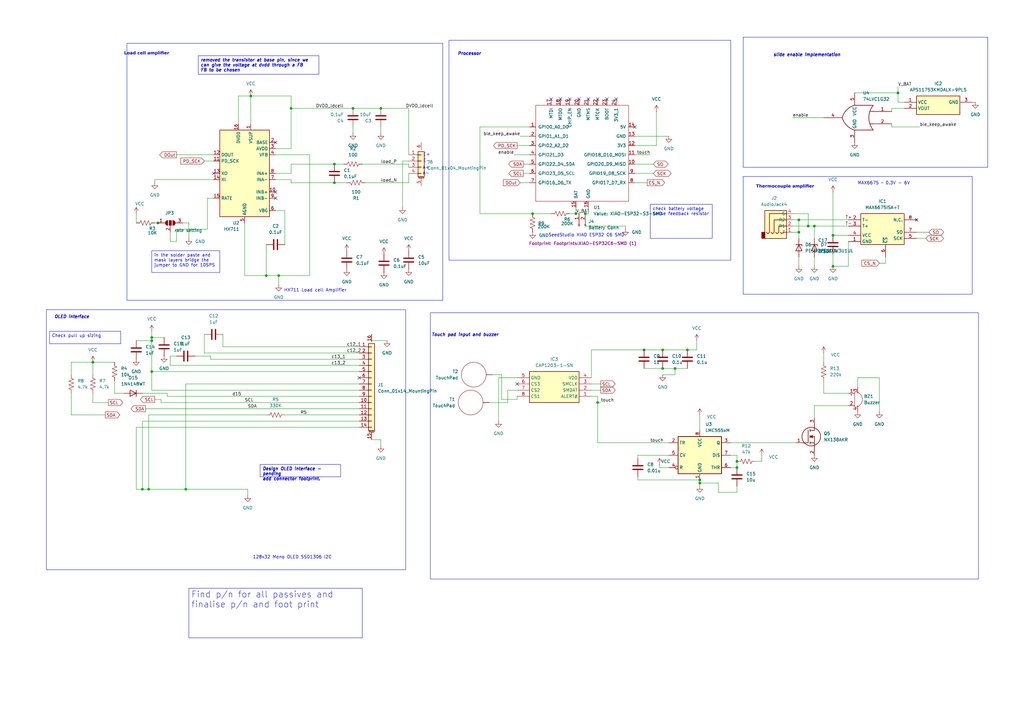
<source format=kicad_sch>
(kicad_sch (version 20250114) (generator "eeschema") (generator_version "9.0")
  (paper "A3")
  (title_block (title "Weighing Scale Schematic") (company "MeepDong"))
  (rectangle (start 304.8 15.24) (end 405.13 68.58))
  (rectangle (start 184.15 16.51) (end 299.72 106.68))
  (rectangle (start 176.53 128.27) (end 401.32 237.49))
  (rectangle (start 52.07 17.78) (end 181.61 123.19))
  (rectangle (start 304.8 72.39) (end 398.78 120.65))
  (rectangle (start 19.05 127) (end 166.37 233.68))
  (text "HX711 Load cell Amplifier " (at 129.794 119.126 0) (effects (font (size 1.27 1.27))))
  (text "MAX6675 ~ 0.3V - 6V " (at 362.966 75.184 0) (effects (font (size 1.27 1.27))))
  (text "A+\n\n" (at 174.752 69.85 0) (effects (font (size 1.27 1.27))))
  (text "slide enable implementation " (at 331.47 22.606 0) (effects (font (size 1.27 1.27) (thickness 0.254) (bold yes) (italic yes))))
  (text "E-\n" (at 175.006 66.04 0) (effects (font (size 1.27 1.27))))
  (text "OLED interface " (at 29.972 130.048 0) (effects (font (size 1.27 1.27) (thickness 0.254) (bold yes) (italic yes))))
  (text "E+" (at 175.006 63.5 0) (effects (font (size 1.27 1.27))))
  (text "Load cell amplifier " (at 60.452 22.352 0) (effects (font (size 1.27 1.27) (thickness 0.254) (bold yes) (italic yes))))
  (text "SeedStudio XIAO ESP32 C6 SMD\n" (at 240.538 96.52 0) (effects (font (size 1.27 1.27))))
  (text "Thermocouple amplifier " (at 322.326 76.962 0) (effects (font (size 1.27 1.27) (bold yes) (italic yes))))
  (text "Touch pad input and buzzer " (at 191.262 137.414 0) (effects (font (size 1.27 1.27) (thickness 0.254) (bold yes) (italic yes))))
  (text "Processor" (at 192.532 22.098 0) (effects (font (size 1.27 1.27) (thickness 0.254) (bold yes) (italic yes))))
  (text "128x32 Mono OLED SSD1306 I2C\n" (at 119.888 228.6 0) (effects (font (size 1.27 1.27))))
  (text "A-" (at 174.752 71.12 0) (effects (font (size 1.27 1.27))))
  (text_box "removed the transistor at base pin, since we can give the voltage at dvdd through a FB \nFB to be chosen" (at 81.28 22.86 0) (size 49.53 7.62) (margins 0.9525 0.9525 0.9525 0.9525) (effects (font (size 1.27 1.27) (thickness 0.254) (bold yes) (italic yes)) (justify left top)))
  (text_box "Find p/n for all passives and finalise p/n and foot print" (at 77.47 241.3 0) (size 71.12 20.32) (margins 0.9525 0.9525 0.9525 0.9525) (effects (font (size 2.54 2.54)) (justify left top)))
  (text_box "in the solder paste and mask layers bridge the jumper to GND for 10SPS" (at 62.23 102.87 0) (size 27.94 8.89) (margins 0.9525 0.9525 0.9525 0.9525) (effects (font (size 1.27 1.27)) (justify left top)))
  (text_box "Design OLED interface - pending \nadd connector footprint." (at 106.68 190.5 0) (size 33.02 5.08) (margins 0.9525 0.9525 0.9525 0.9525) (effects (font (size 1.27 1.27) (thickness 0.254) (bold yes) (italic yes)) (justify left top)))
  (text_box "check battery voltage sense feedback resistor " (at 266.7 83.82 0) (size 25.4 13.97) (margins 0.9525 0.9525 0.9525 0.9525) (effects (font (size 1.27 1.27)) (justify left top)))
  (text_box "Check pull up sizing " (at 20.32 135.89 0) (size 29.21 5.08) (margins 0.9525 0.9525 0.9525 0.9525) (effects (font (size 1.27 1.27)) (justify left top)))
  (junction (at 58.42 200.66))
  (junction (at 60.96 200.66))
  (junction (at 102.87 39.37))
  (junction (at 302.26 189.23))
  (junction (at 341.63 109.22))
  (junction (at 281.94 143.51))
  (junction (at 240.03 87.63))
  (junction (at 287.02 196.85))
  (junction (at 144.78 44.45))
  (junction (at 264.16 143.51))
  (junction (at 156.21 44.45))
  (junction (at 368.3 38.1))
  (junction (at 245.11 165.1))
  (junction (at 341.63 96.52))
  (junction (at 119.38 44.45))
  (junction (at 137.16 74.93))
  (junction (at 271.78 143.51))
  (junction (at 302.26 191.77))
  (junction (at 76.2 200.66))
  (junction (at 62.23 152.4))
  (junction (at 109.22 113.03))
  (junction (at 38.1 148.59))
  (junction (at 334.01 92.71))
  (junction (at 271.78 151.13))
  (junction (at 137.16 67.31))
  (junction (at 327.66 90.17))
  (junction (at 62.23 139.7))
  (junction (at 331.47 92.71))
  (junction (at 64.77 91.44))
  (junction (at 276.86 151.13))
  (junction (at 236.22 87.63))
  (junction (at 114.3 113.03))
  (junction (at 62.23 138.43))
  (junction (at 218.44 87.63))
  (junction (at 327.66 95.25))
  (junction (at 287.02 198.12))
  (no_connect (at 113.03 58.42))
  (no_connect (at 237.49 40.64))
  (no_connect (at 87.63 71.12))
  (no_connect (at 226.06 40.64))
  (no_connect (at 245.11 40.64))
  (no_connect (at 233.68 40.64))
  (no_connect (at 229.87 40.64))
  (no_connect (at 260.35 52.07))
  (no_connect (at 248.92 40.64))
  (no_connect (at 375.92 90.17))
  (no_connect (at 147.32 154.94))
  (no_connect (at 212.09 157.48))
  (no_connect (at 113.03 78.74))
  (no_connect (at 241.3 40.64))
  (no_connect (at 113.03 81.28))
  (no_connect (at 252.73 40.64))
  (wire (pts (xy 62.23 135.89) (xy 62.23 138.43)))
  (wire (pts (xy 156.21 44.45) (xy 167.64 44.45)))
  (wire (pts (xy 119.38 67.31) (xy 137.16 67.31)))
  (wire (pts (xy 152.4 139.7) (xy 152.4 137.16)))
  (wire (pts (xy 347.98 166.37) (xy 334.01 166.37)))
  (wire (pts (xy 245.11 181.61) (xy 245.11 165.1)))
  (wire (pts (xy 271.78 153.67) (xy 276.86 153.67)))
  (wire (pts (xy 200.66 165.1) (xy 208.28 165.1)))
  (wire (pts (xy 127 63.5) (xy 127 113.03)))
  (wire (pts (xy 236.22 87.63) (xy 233.68 87.63)))
  (wire (pts (xy 62.23 160.02) (xy 62.23 152.4)))
  (wire (pts (xy 204.47 172.72) (xy 204.47 154.94)))
  (wire (pts (xy 196.85 52.07) (xy 217.17 52.07)))
  (wire (pts (xy 299.72 181.61) (xy 326.39 181.61)))
  (wire (pts (xy 68.58 161.29) (xy 68.58 162.56)))
  (wire (pts (xy 245.11 165.1) (xy 246.38 165.1)))
  (wire (pts (xy 127 63.5) (xy 113.03 63.5)))
  (wire (pts (xy 341.63 109.22) (xy 347.98 109.22)))
  (wire (pts (xy 236.22 85.09) (xy 236.22 87.63)))
  (wire (pts (xy 76.2 157.48) (xy 147.32 157.48)))
  (wire (pts (xy 87.63 81.28) (xy 85.09 81.28)))
  (wire (pts (xy 102.87 39.37) (xy 119.38 39.37)))
  (wire (pts (xy 109.22 113.03) (xy 114.3 113.03)))
  (wire (pts (xy 325.12 87.63) (xy 331.47 87.63)))
  (wire (pts (xy 63.5 163.83) (xy 66.04 163.83)))
  (wire (pts (xy 59.69 167.64) (xy 147.32 167.64)))
  (wire (pts (xy 274.32 191.77) (xy 270.51 191.77)))
  (wire (pts (xy 347.98 109.22) (xy 347.98 99.06)))
  (wire (pts (xy 210.82 63.5) (xy 217.17 63.5)))
  (wire (pts (xy 240.03 87.63) (xy 241.3 87.63)))
  (wire (pts (xy 260.35 63.5) (xy 266.7 63.5)))
  (wire (pts (xy 334.01 92.71) (xy 334.01 97.79)))
  (wire (pts (xy 327.66 95.25) (xy 327.66 90.17)))
  (wire (pts (xy 327.66 105.41) (xy 327.66 109.22)))
  (wire (pts (xy 368.3 41.91) (xy 368.3 38.1)))
  (wire (pts (xy 76.2 200.66) (xy 101.6 200.66)))
  (wire (pts (xy 156.21 44.45) (xy 144.78 44.45)))
  (wire (pts (xy 63.5 91.44) (xy 64.77 91.44)))
  (wire (pts (xy 167.64 44.45) (xy 167.64 63.5)))
  (wire (pts (xy 77.47 91.44) (xy 74.93 91.44)))
  (wire (pts (xy 334.01 105.41) (xy 334.01 109.22)))
  (wire (pts (xy 260.35 55.88) (xy 274.32 55.88)))
  (wire (pts (xy 69.85 99.06) (xy 72.39 99.06)))
  (wire (pts (xy 370.84 44.45) (xy 365.76 44.45)))
  (wire (pts (xy 325.12 92.71) (xy 331.47 92.71)))
  (wire (pts (xy 276.86 151.13) (xy 276.86 153.67)))
  (wire (pts (xy 213.36 55.88) (xy 217.17 55.88)))
  (wire (pts (xy 60.96 170.18) (xy 109.22 170.18)))
  (wire (pts (xy 167.64 66.04) (xy 165.1 66.04)))
  (wire (pts (xy 127 113.03) (xy 114.3 113.03)))
  (wire (pts (xy 76.2 157.48) (xy 76.2 200.66)))
  (wire (pts (xy 245.11 181.61) (xy 274.32 181.61)))
  (wire (pts (xy 91.44 142.24) (xy 147.32 142.24)))
  (wire (pts (xy 201.93 153.67) (xy 205.74 153.67)))
  (wire (pts (xy 212.09 59.69) (xy 217.17 59.69)))
  (wire (pts (xy 109.22 100.33) (xy 109.22 113.03)))
  (wire (pts (xy 302.26 199.39) (xy 302.26 201.93)))
  (wire (pts (xy 363.22 107.95) (xy 360.68 107.95)))
  (wire (pts (xy 100.33 91.44) (xy 100.33 113.03)))
  (wire (pts (xy 327.66 90.17) (xy 325.12 90.17)))
  (wire (pts (xy 204.47 154.94) (xy 212.09 154.94)))
  (wire (pts (xy 167.64 74.93) (xy 167.64 71.12)))
  (wire (pts (xy 214.63 67.31) (xy 217.17 67.31)))
  (wire (pts (xy 119.38 39.37) (xy 119.38 44.45)))
  (wire (pts (xy 334.01 166.37) (xy 334.01 171.45)))
  (wire (pts (xy 325.12 48.26) (xy 337.82 48.26)))
  (wire (pts (xy 55.88 175.26) (xy 55.88 200.66)))
  (wire (pts (xy 72.39 63.5) (xy 87.63 63.5)))
  (wire (pts (xy 29.21 161.29) (xy 29.21 170.18)))
  (wire (pts (xy 331.47 92.71) (xy 334.01 92.71)))
  (wire (pts (xy 269.24 45.72) (xy 269.24 59.69)))
  (wire (pts (xy 271.78 143.51) (xy 281.94 143.51)))
  (wire (pts (xy 100.33 113.03) (xy 109.22 113.03)))
  (wire (pts (xy 55.88 87.63) (xy 55.88 91.44)))
  (wire (pts (xy 299.72 186.69) (xy 302.26 186.69)))
  (wire (pts (xy 205.74 153.67) (xy 205.74 163.83)))
  (wire (pts (xy 137.16 74.93) (xy 142.24 74.93)))
  (wire (pts (xy 302.26 186.69) (xy 302.26 189.23)))
  (wire (pts (xy 55.88 139.7) (xy 62.23 139.7)))
  (wire (pts (xy 148.59 67.31) (xy 167.64 67.31)))
  (wire (pts (xy 331.47 87.63) (xy 331.47 92.71)))
  (wire (pts (xy 312.42 186.69) (xy 312.42 189.23)))
  (wire (pts (xy 87.63 73.66) (xy 63.5 73.66)))
  (wire (pts (xy 62.23 139.7) (xy 62.23 152.4)))
  (wire (pts (xy 91.44 137.16) (xy 91.44 142.24)))
  (wire (pts (xy 116.84 86.36) (xy 113.03 86.36)))
  (wire (pts (xy 156.21 182.88) (xy 156.21 180.34)))
  (wire (pts (xy 114.3 113.03) (xy 114.3 116.84)))
  (wire (pts (xy 83.82 144.78) (xy 147.32 144.78)))
  (wire (pts (xy 137.16 67.31) (xy 140.97 67.31)))
  (wire (pts (xy 116.84 170.18) (xy 147.32 170.18)))
  (wire (pts (xy 119.38 44.45) (xy 144.78 44.45)))
  (wire (pts (xy 55.88 175.26) (xy 147.32 175.26)))
  (wire (pts (xy 242.57 143.51) (xy 264.16 143.51)))
  (wire (pts (xy 62.23 138.43) (xy 62.23 139.7)))
  (wire (pts (xy 274.32 186.69) (xy 261.62 186.69)))
  (wire (pts (xy 260.35 71.12) (xy 267.97 71.12)))
  (wire (pts (xy 50.8 161.29) (xy 46.99 161.29)))
  (wire (pts (xy 241.3 87.63) (xy 241.3 85.09)))
  (wire (pts (xy 375.92 95.25) (xy 381 95.25)))
  (wire (pts (xy 351.79 158.75) (xy 351.79 154.94)))
  (wire (pts (xy 236.22 87.63) (xy 237.49 87.63)))
  (wire (pts (xy 64.77 91.44) (xy 66.04 91.44)))
  (wire (pts (xy 156.21 54.61) (xy 156.21 52.07)))
  (wire (pts (xy 38.1 148.59) (xy 29.21 148.59)))
  (wire (pts (xy 97.79 39.37) (xy 97.79 50.8)))
  (wire (pts (xy 144.78 54.61) (xy 144.78 52.07)))
  (wire (pts (xy 325.12 95.25) (xy 327.66 95.25)))
  (wire (pts (xy 113.03 73.66) (xy 119.38 73.66)))
  (wire (pts (xy 261.62 186.69) (xy 261.62 187.96)))
  (wire (pts (xy 38.1 148.59) (xy 38.1 153.67)))
  (wire (pts (xy 119.38 74.93) (xy 137.16 74.93)))
  (wire (pts (xy 214.63 71.12) (xy 217.17 71.12)))
  (wire (pts (xy 208.28 160.02) (xy 208.28 165.1)))
  (wire (pts (xy 101.6 200.66) (xy 101.6 203.2)))
  (wire (pts (xy 62.23 152.4) (xy 147.32 152.4)))
  (wire (pts (xy 269.24 59.69) (xy 260.35 59.69)))
  (wire (pts (xy 43.18 170.18) (xy 29.21 170.18)))
  (wire (pts (xy 80.01 146.05) (xy 86.36 146.05)))
  (wire (pts (xy 66.04 165.1) (xy 147.32 165.1)))
  (wire (pts (xy 271.78 151.13) (xy 276.86 151.13)))
  (wire (pts (xy 62.23 138.43) (xy 67.31 138.43)))
  (wire (pts (xy 276.86 151.13) (xy 281.94 151.13)))
  (wire (pts (xy 102.87 50.8) (xy 102.87 39.37)))
  (wire (pts (xy 375.92 97.79) (xy 379.73 97.79)))
  (wire (pts (xy 351.79 154.94) (xy 360.68 154.94)))
  (wire (pts (xy 302.26 189.23) (xy 302.26 191.77)))
  (wire (pts (xy 287.02 196.85) (xy 287.02 198.12)))
  (wire (pts (xy 341.63 78.74) (xy 341.63 96.52)))
  (wire (pts (xy 196.85 87.63) (xy 218.44 87.63)))
  (wire (pts (xy 337.82 144.78) (xy 337.82 148.59)))
  (wire (pts (xy 149.86 74.93) (xy 167.64 74.93)))
  (wire (pts (xy 398.78 41.91) (xy 400.05 41.91)))
  (wire (pts (xy 281.94 143.51) (xy 285.75 143.51)))
  (wire (pts (xy 212.09 160.02) (xy 208.28 160.02)))
  (wire (pts (xy 302.26 201.93) (xy 294.64 201.93)))
  (wire (pts (xy 83.82 137.16) (xy 83.82 144.78)))
  (wire (pts (xy 347.98 90.17) (xy 327.66 90.17)))
  (wire (pts (xy 68.58 162.56) (xy 147.32 162.56)))
  (wire (pts (xy 58.42 200.66) (xy 60.96 200.66)))
  (wire (pts (xy 294.64 198.12) (xy 287.02 198.12)))
  (wire (pts (xy 63.5 73.66) (xy 63.5 74.93)))
  (wire (pts (xy 77.47 97.79) (xy 77.47 91.44)))
  (wire (pts (xy 60.96 170.18) (xy 60.96 200.66)))
  (wire (pts (xy 60.96 200.66) (xy 76.2 200.66)))
  (wire (pts (xy 261.62 195.58) (xy 261.62 196.85)))
  (wire (pts (xy 337.82 161.29) (xy 347.98 161.29)))
  (wire (pts (xy 113.03 71.12) (xy 119.38 71.12)))
  (wire (pts (xy 260.35 74.93) (xy 265.43 74.93)))
  (wire (pts (xy 69.85 149.86) (xy 147.32 149.86)))
  (wire (pts (xy 72.39 146.05) (xy 69.85 146.05)))
  (wire (pts (xy 58.42 172.72) (xy 58.42 200.66)))
  (wire (pts (xy 69.85 95.25) (xy 69.85 99.06)))
  (wire (pts (xy 370.84 41.91) (xy 368.3 41.91)))
  (wire (pts (xy 363.22 105.41) (xy 363.22 107.95)))
  (wire (pts (xy 58.42 172.72) (xy 147.32 172.72)))
  (wire (pts (xy 242.57 157.48) (xy 246.38 157.48)))
  (wire (pts (xy 213.36 74.93) (xy 217.17 74.93)))
  (wire (pts (xy 377.19 52.07) (xy 365.76 52.07)))
  (wire (pts (xy 242.57 143.51) (xy 242.57 154.94)))
  (wire (pts (xy 341.63 96.52) (xy 347.98 96.52)))
  (wire (pts (xy 62.23 160.02) (xy 147.32 160.02)))
  (wire (pts (xy 360.68 154.94) (xy 360.68 168.91)))
  (wire (pts (xy 287.02 198.12) (xy 287.02 199.39)))
  (wire (pts (xy 38.1 165.1) (xy 44.45 165.1)))
  (wire (pts (xy 29.21 148.59) (xy 29.21 153.67)))
  (wire (pts (xy 245.11 165.1) (xy 245.11 162.56)))
  (wire (pts (xy 38.1 161.29) (xy 38.1 165.1)))
  (wire (pts (xy 368.3 38.1) (xy 368.3 35.56)))
  (wire (pts (xy 167.64 67.31) (xy 167.64 68.58)))
  (wire (pts (xy 285.75 143.51) (xy 285.75 139.7)))
  (wire (pts (xy 334.01 92.71) (xy 347.98 92.71)))
  (wire (pts (xy 72.39 93.98) (xy 72.39 99.06)))
  (wire (pts (xy 119.38 60.96) (xy 113.03 60.96)))
  (wire (pts (xy 365.76 52.07) (xy 365.76 50.8)))
  (wire (pts (xy 85.09 93.98) (xy 72.39 93.98)))
  (wire (pts (xy 261.62 196.85) (xy 287.02 196.85)))
  (wire (pts (xy 327.66 95.25) (xy 327.66 97.79)))
  (wire (pts (xy 85.09 81.28) (xy 85.09 93.98)))
  (wire (pts (xy 242.57 160.02) (xy 246.38 160.02)))
  (wire (pts (xy 119.38 71.12) (xy 119.38 67.31)))
  (wire (pts (xy 350.52 38.1) (xy 368.3 38.1)))
  (wire (pts (xy 83.82 66.04) (xy 87.63 66.04)))
  (wire (pts (xy 212.09 162.56) (xy 212.09 163.83)))
  (wire (pts (xy 245.11 162.56) (xy 242.57 162.56)))
  (wire (pts (xy 158.75 139.7) (xy 152.4 139.7)))
  (wire (pts (xy 312.42 189.23) (xy 309.88 189.23)))
  (wire (pts (xy 264.16 143.51) (xy 271.78 143.51)))
  (wire (pts (xy 38.1 148.59) (xy 46.99 148.59)))
  (wire (pts (xy 341.63 104.14) (xy 341.63 109.22)))
  (wire (pts (xy 287.02 170.18) (xy 287.02 176.53)))
  (wire (pts (xy 256.54 92.71) (xy 240.03 92.71)))
  (wire (pts (xy 156.21 180.34) (xy 152.4 180.34)))
  (wire (pts (xy 256.54 93.98) (xy 256.54 92.71)))
  (wire (pts (xy 218.44 87.63) (xy 226.06 87.63)))
  (wire (pts (xy 365.76 44.45) (xy 365.76 45.72)))
  (wire (pts (xy 86.36 146.05) (xy 86.36 147.32)))
  (wire (pts (xy 66.04 163.83) (xy 66.04 165.1)))
  (wire (pts (xy 264.16 151.13) (xy 271.78 151.13)))
  (wire (pts (xy 294.64 201.93) (xy 294.64 198.12)))
  (wire (pts (xy 270.51 191.77) (xy 270.51 190.5)))
  (wire (pts (xy 119.38 44.45) (xy 119.38 60.96)))
  (wire (pts (xy 86.36 147.32) (xy 147.32 147.32)))
  (wire (pts (xy 97.79 39.37) (xy 102.87 39.37)))
  (wire (pts (xy 69.85 146.05) (xy 69.85 149.86)))
  (wire (pts (xy 55.88 200.66) (xy 58.42 200.66)))
  (wire (pts (xy 165.1 66.04) (xy 165.1 85.09)))
  (wire (pts (xy 205.74 163.83) (xy 212.09 163.83)))
  (wire (pts (xy 116.84 100.33) (xy 116.84 86.36)))
  (wire (pts (xy 46.99 161.29) (xy 46.99 156.21)))
  (wire (pts (xy 260.35 67.31) (xy 267.97 67.31)))
  (wire (pts (xy 240.03 92.71) (xy 240.03 87.63)))
  (wire (pts (xy 299.72 191.77) (xy 302.26 191.77)))
  (wire (pts (xy 337.82 156.21) (xy 337.82 161.29)))
  (wire (pts (xy 58.42 161.29) (xy 68.58 161.29)))
  (wire (pts (xy 196.85 52.07) (xy 196.85 87.63)))
  (wire (pts (xy 119.38 73.66) (xy 119.38 74.93)))
  (label "c12_1" (at 142.24 142.24 0))
  (label "ble_keep_awake" (at 377.19 52.07 0))
  (label "T-" (at 346.71 92.71 0))
  (label "touch" (at 246.38 165.1 0))
  (label "T+" (at 346.71 90.17 0))
  (label "c12_2" (at 142.24 144.78 0))
  (label "R5" (at 123.19 170.18 0))
  (label "d15" (at 95.25 162.56 0))
  (label "DVDD_ldcell" (at 166.37 44.45 0))
  (label "V_BAT" (at 368.3 35.56 0))
  (label "c13_2" (at 135.89 149.86 0))
  (label "c13_1" (at 135.89 147.32 0))
  (label "SDA" (at 101.6 167.64 0))
  (label "ble_keep_awake" (at 213.36 55.88 180))
  (label "SCL" (at 100.33 165.1 0))
  (label "V_BAT" (at 236.22 87.63 0))
  (label "DVDD_ldcell" (at 129.54 44.45 0))
  (label "enable" (at 210.82 63.5 180))
  (label "load_N" (at 156.21 74.93 0))
  (label "enable" (at 325.12 48.26 0))
  (label "touch" (at 266.7 63.5 180))
  (label "touch" (at 266.7 181.61 0))
  (label "load_P" (at 156.21 67.31 0))
  (global_label "PD_SCK" (shape output) (at 212.09 59.69 180) (property "Intersheetrefs" "${INTERSHEET_REFS}" (effects (hide yes))))
  (global_label "DOut" (shape input) (at 213.36 74.93 180) (property "Intersheetrefs" "${INTERSHEET_REFS}" (effects (hide yes))))
  (global_label "SDA" (shape output) (at 59.69 167.64 180) (property "Intersheetrefs" "${INTERSHEET_REFS}" (effects (hide yes))))
  (global_label "SDA" (shape output) (at 214.63 67.31 180) (property "Intersheetrefs" "${INTERSHEET_REFS}" (effects (hide yes))))
  (global_label "SCL" (shape output) (at 214.63 71.12 180) (property "Intersheetrefs" "${INTERSHEET_REFS}" (effects (hide yes))))
  (global_label "SCK" (shape bidirectional) (at 267.97 71.12 0) (property "Intersheetrefs" "${INTERSHEET_REFS}" (effects (hide yes))))
  (global_label "SDA" (shape output) (at 246.38 160.02 0) (property "Intersheetrefs" "${INTERSHEET_REFS}" (effects (hide yes))))
  (global_label "SDA" (shape output) (at 43.18 170.18 0) (property "Intersheetrefs" "${INTERSHEET_REFS}" (effects (hide yes))))
  (global_label "SO" (shape bidirectional) (at 381 95.25 0) (property "Intersheetrefs" "${INTERSHEET_REFS}" (effects (hide yes))))
  (global_label "CS_N" (shape input) (at 360.68 107.95 180) (property "Intersheetrefs" "${INTERSHEET_REFS}" (effects (hide yes))))
  (global_label "SCL" (shape output) (at 63.5 163.83 180) (property "Intersheetrefs" "${INTERSHEET_REFS}" (effects (hide yes))))
  (global_label "CS_N" (shape output) (at 265.43 74.93 0) (property "Intersheetrefs" "${INTERSHEET_REFS}" (effects (hide yes))))
  (global_label "SCK" (shape bidirectional) (at 379.73 97.79 0) (property "Intersheetrefs" "${INTERSHEET_REFS}" (effects (hide yes))))
  (global_label "PD_SCK" (shape input) (at 83.82 66.04 180) (property "Intersheetrefs" "${INTERSHEET_REFS}" (effects (hide yes))))
  (global_label "SO" (shape bidirectional) (at 267.97 67.31 0) (property "Intersheetrefs" "${INTERSHEET_REFS}" (effects (hide yes))))
  (global_label "SCL" (shape output) (at 246.38 157.48 0) (property "Intersheetrefs" "${INTERSHEET_REFS}" (effects (hide yes))))
  (global_label "DOut" (shape output) (at 72.39 63.5 180) (property "Intersheetrefs" "${INTERSHEET_REFS}" (effects (hide yes))))
  (global_label "SCL" (shape output) (at 44.45 165.1 0) (property "Intersheetrefs" "${INTERSHEET_REFS}" (effects (hide yes))))
  (symbol (lib_id "power:GND") (at 334.01 109.22 0) (unit 1)
    (property "Reference" "#PWR043" (effects (hide yes)))
    (property "Value" "GND" (at 334.01 114.3 0))
    (property "Description" "Power symbol creates a global label with name \"GND\" , ground" (effects (hide yes)))
  )
  (symbol (lib_id "power:VCC") (at 341.63 78.74 0) (unit 1)
    (property "Reference" "#PWR031" (effects (hide yes)))
    (property "Value" "VCC" (at 341.63 73.66 0))
    (property "Description" "Power symbol creates a global label with name \"VCC\"" (effects (hide yes)))
  )
  (symbol (lib_id "power:VCC") (at 38.1 148.59 0) (unit 1)
    (property "Reference" "#PWR021" (effects (hide yes)))
    (property "Value" "VCC" (at 38.1 143.51 0))
    (property "Description" "Power symbol creates a global label with name \"VCC\"" (effects (hide yes)))
  )
  (symbol (lib_id "power:GND") (at 142.24 110.49 0) (unit 1)
    (property "Reference" "#PWR012" (effects (hide yes)))
    (property "Value" "GND" (at 142.24 115.57 0))
    (property "Description" "Power symbol creates a global label with name \"GND\" , ground" (effects (hide yes)))
  )
  (symbol (lib_id "power:GND") (at 334.01 186.69 0) (unit 1)
    (property "Reference" "#PWR025" (effects (hide yes)))
    (property "Value" "GND" (at 334.01 191.77 0))
    (property "Description" "Power symbol creates a global label with name \"GND\" , ground" (effects (hide yes)))
  )
  (symbol (lib_id "Connector:Conn_01x02_Pin") (at 237.49 92.71 90) (unit 1)
    (property "Reference" "J4" (at 241.3 90.8049 90) (effects (justify right)))
    (property "Value" "Battery Conn" (at 241.3 93.3449 90) (effects (justify right)))
    (property "Footprint" "Connector_PinHeader_2.00mm:PinHeader_2x01_P2.00mm_Vertical_SMD" (effects (hide yes)))
    (property "Description" "Generic connector, single row, 01x02, script generated" (effects (hide yes)))
  )
  (symbol (lib_id "MAX6675ISA+T:MAX6675ISA+T") (at 347.98 90.17 0) (unit 1)
    (property "Reference" "IC1" (at 361.95 82.55 0))
    (property "Value" "MAX6675ISA+T" (at 361.95 85.09 0))
    (property "Footprint" "Footprints:SOIC127P600X175-8N_MAX6675" (effects (hide yes)))
    (property "Datasheet" "https://datasheets.maximintegrated.com/en/ds/MAX6675.pdf" (effects (hide yes)))
    (property "Description" "Sensor Interface Cold-Junction-Compensated K-Thermocouple-to-Digital Converter (0 C to +1024 C)" (effects (hide yes)))
    (property "Height" "1.75" (effects (hide yes)))
    (property "Mouser Part Number" "700-MAX6675ISAT" (effects (hide yes)))
    (property "Mouser Price/Stock" "https://www.mouser.co.uk/ProductDetail/Analog-Devices-Maxim-Integrated/MAX6675ISA%2bT?qs=1THa7WoU59FV%2FT3S8QjZ%252Bg%3D%3D" (effects (hide yes)))
    (property "Manufacturer_Name" "Analog Devices" (effects (hide yes)))
    (property "Manufacturer_Part_Number" "MAX6675ISA+T" (effects (hide yes)))
  )
  (symbol (lib_id "power:VCC") (at 55.88 87.63 0) (unit 1)
    (property "Reference" "#PWR05" (effects (hide yes)))
    (property "Value" "VCC" (at 55.372 83.566 0) (effects (justify left)))
    (property "Description" "Power symbol creates a global label with name \"VCC\"" (effects (hide yes)))
  )
  (symbol (lib_id "power:VCC") (at 102.87 39.37 0) (mirror y) (unit 1)
    (property "Reference" "#PWR01" (effects (hide yes)))
    (property "Value" "VCC" (at 102.87 34.29 0))
    (property "Description" "Power symbol creates a global label with name \"VCC\"" (effects (hide yes)))
  )
  (symbol (lib_id "power:VCC") (at 270.51 190.5 0) (unit 1)
    (property "Reference" "#PWR034" (effects (hide yes)))
    (property "Value" "VCC" (at 273.05 189.23 0))
    (property "Description" "Power symbol creates a global label with name \"VCC\"" (effects (hide yes)))
  )
  (symbol (lib_id "power:GND") (at 156.21 182.88 0) (unit 1)
    (property "Reference" "#PWR020" (effects (hide yes)))
    (property "Value" "GND" (at 156.21 187.96 0))
    (property "Description" "Power symbol creates a global label with name \"GND\" , ground" (effects (hide yes)))
  )
  (symbol (lib_id "Device:R_US") (at 146.05 74.93 270) (mirror x) (unit 1)
    (property "Reference" "R1" (at 146.05 81.28 90))
    (property "Value" "100" (at 146.05 78.74 90))
    (property "Footprint" "Resistor_SMD:R_0603_1608Metric" (effects (hide yes)))
    (property "Description" "Resistor, US symbol" (effects (hide yes)))
  )
  (symbol (lib_id "Device:C") (at 113.03 100.33 90) (unit 1)
    (property "Reference" "C2" (at 113.03 92.71 90))
    (property "Value" "0.1uF" (at 113.03 95.25 90))
    (property "Footprint" "Capacitor_SMD:C_0603_1608Metric" (effects (hide yes)))
    (property "Description" "Unpolarized capacitor" (effects (hide yes)))
  )
  (symbol (lib_id "power:VCC") (at 62.23 135.89 0) (unit 1)
    (property "Reference" "#PWR022" (effects (hide yes)))
    (property "Value" "VCC" (at 62.23 130.81 0))
    (property "Description" "Power symbol creates a global label with name \"VCC\"" (effects (hide yes)))
  )
  (symbol (lib_id "CAP1203-1-SN:CAP1203-1-SN") (at 242.57 162.56 180) (unit 1)
    (property "Reference" "IC3" (at 227.33 147.32 0))
    (property "Value" "CAP1203-1-SN" (at 227.33 149.86 0))
    (property "Footprint" "Footprints:CAP1203_SOIC127P600X175-8N" (effects (hide yes)))
    (property "Datasheet" "http://www.microchip.com/mymicrochip/filehandler.aspx?ddocname=en566286" (effects (hide yes)))
    (property "Description" "CAP1203-1-SN Microchip Technology, CAP1203 Capacitive Touch Sensor Capacitive 8-Pin SOIC" (effects (hide yes)))
    (property "Height" "1.75" (effects (hide yes)))
    (property "Mouser Part Number" "579-CAP1203-1-SN" (effects (hide yes)))
    (property "Mouser Price/Stock" "https://www.mouser.co.uk/ProductDetail/Microchip-Technology/CAP1203-1-SN?qs=ZEMkBHnybRFgBmrULrHmuQ%3D%3D" (effects (hide yes)))
    (property "Manufacturer_Name" "Microchip" (effects (hide yes)))
    (property "Manufacturer_Part_Number" "CAP1203-1-SN" (effects (hide yes)))
  )
  (symbol (lib_id "Timer:LMC555xM") (at 287.02 186.69 0) (unit 1)
    (property "Reference" "U3" (at 289.2876 173.99 0) (effects (justify left)))
    (property "Value" "LMC555xM" (at 289.2876 176.53 0) (effects (justify left)))
    (property "Footprint" "Package_SO:SOIC-8_3.9x4.9mm_P1.27mm" (effects (hide yes)))
    (property "Datasheet" "http://www.ti.com/lit/ds/symlink/lmc555.pdf" (effects (hide yes)))
    (property "Description" "CMOS Timer, 555 compatible, SOIC-8" (effects (hide yes)))
  )
  (symbol (lib_id "Device:C") (at 264.16 147.32 0) (unit 1)
    (property "Reference" "C9" (at 267.97 146.0499 0) (effects (justify left)))
    (property "Value" "1u" (at 267.97 148.5899 0) (effects (justify left)))
    (property "Footprint" "Capacitor_SMD:C_0603_1608Metric" (effects (hide yes)))
    (property "Description" "Unpolarized capacitor" (effects (hide yes)))
  )
  (symbol (lib_id "power:GND") (at 158.75 139.7 0) (unit 1)
    (property "Reference" "#PWR016" (effects (hide yes)))
    (property "Value" "GND" (at 158.75 144.78 0))
    (property "Description" "Power symbol creates a global label with name \"GND\" , ground" (effects (hide yes)))
  )
  (symbol (lib_id "power:GND") (at 218.44 95.25 0) (unit 1)
    (property "Reference" "#PWR018" (effects (hide yes)))
    (property "Value" "GND" (at 220.98 96.5199 0) (effects (justify left)))
    (property "Description" "Power symbol creates a global label with name \"GND\" , ground" (effects (hide yes)))
  )
  (symbol (lib_id "Diode:PESD3V3U1UL") (at 327.66 101.6 270) (unit 1)
    (property "Reference" "D6" (at 330.2 100.3299 90) (effects (justify left)))
    (property "Value" "PESD3V3U1UL" (at 330.2 102.8699 90) (effects (justify left)))
    (property "Footprint" "Diode_SMD:D_SOD-882" (effects (hide yes)))
    (property "Datasheet" "https://assets.nexperia.com/documents/data-sheet/PESD3V3U1UL.pdf" (effects (hide yes)))
    (property "Description" "Ultra low capacitance unidirectional ESD protection diode, 3.3V, SOD-882" (effects (hide yes)))
  )
  (symbol (lib_id "Seeed_Studio_XIAO_Series:XIAO-ESP32-C6-SMD") (at 238.76 63.5 0) (unit 1)
    (property "Reference" "U1" (at 243.4433 85.09 0) (effects (justify left)))
    (property "Value" "XIAO-ESP32-S3-SMD" (at 243.4433 87.63 0) (show_name yes) (effects (justify left)))
    (property "Footprint" "Footprints:XIAO-ESP32C6-SMD (1)" (at 239.014 99.822 0) (show_name yes))
  )
  (symbol (lib_id "Device:R_US") (at 229.87 87.63 270) (unit 1)
    (property "Reference" "R6" (at 232.664 89.916 90))
    (property "Value" "200K" (at 232.664 91.694 90))
    (property "Footprint" "Resistor_SMD:R_0603_1608Metric" (effects (hide yes)))
    (property "Description" "Resistor, US symbol" (effects (hide yes)))
  )
  (symbol (lib_id "power:VCC") (at 269.24 45.72 0) (mirror y) (unit 1)
    (property "Reference" "#PWR011" (effects (hide yes)))
    (property "Value" "VCC" (at 269.24 40.64 0))
    (property "Description" "Power symbol creates a global label with name \"VCC\"" (effects (hide yes)))
  )
  (symbol (lib_id "Device:R_US") (at 59.69 91.44 270) (unit 1)
    (property "Reference" "R3" (at 62.484 93.726 90))
    (property "Value" "10K" (at 62.484 95.504 90))
    (property "Footprint" "Resistor_SMD:R_0603_1608Metric" (effects (hide yes)))
    (property "Description" "Resistor, US symbol" (effects (hide yes)))
  )
  (symbol (lib_id "Device:C") (at 341.63 100.33 180) (unit 1)
    (property "Reference" "C17" (at 335.534 98.552 0) (effects (justify right)))
    (property "Value" "0.1uF" (at 335.534 103.124 0) (effects (justify right)))
    (property "Footprint" "Capacitor_SMD:C_0603_1608Metric" (effects (hide yes)))
    (property "Description" "Unpolarized capacitor" (effects (hide yes)))
  )
  (symbol (lib_id "Device:C") (at 167.64 106.68 0) (unit 1)
    (property "Reference" "C5" (at 171.45 105.4099 0) (effects (justify left)))
    (property "Value" "10uF" (at 171.45 107.9499 0) (effects (justify left)))
    (property "Footprint" "Capacitor_SMD:C_0603_1608Metric" (effects (hide yes)))
    (property "Description" "Unpolarized capacitor" (effects (hide yes)))
  )
  (symbol (lib_id "0my_project:TouchPad") (at 193.04 165.1 0) (mirror y) (unit 1)
    (property "Reference" "T1" (at 186.69 163.8299 0) (effects (justify left)))
    (property "Value" "TouchPad" (at 186.69 166.3699 0) (effects (justify left)))
    (property "Footprint" "Footprints:touchpad" (effects (hide yes)))
    (property "Description" "Touch Sensor Pad" (effects (hide yes)))
  )
  (symbol (lib_id "power:GND") (at 156.21 54.61 0) (mirror y) (unit 1)
    (property "Reference" "#PWR08" (effects (hide yes)))
    (property "Value" "GND" (at 156.21 59.69 0))
    (property "Description" "Power symbol creates a global label with name \"GND\" , ground" (effects (hide yes)))
  )
  (symbol (lib_id "Device:C") (at 76.2 146.05 90) (unit 1)
    (property "Reference" "C13" (at 76.2 138.43 90))
    (property "Value" "1uF" (at 76.2 140.97 90))
    (property "Footprint" "Capacitor_SMD:C_0603_1608Metric" (effects (hide yes)))
    (property "Description" "Unpolarized capacitor" (effects (hide yes)))
  )
  (symbol (lib_id "Connector_Generic_MountingPin:Conn_01x04_MountingPin") (at 172.72 66.04 0) (unit 1)
    (property "Reference" "J6" (at 175.26 66.3955 0) (effects (justify left)))
    (property "Value" "Conn_01x04_MountingPin" (at 175.26 68.9355 0) (effects (justify left)))
    (property "Footprint" "Footprints:SM04B-SRSS-TB_LFSN_" (effects (hide yes)))
    (property "Description" "Generic connectable mounting pin connector, single row, 01x04, script generated (kicad-library-utils/schlib/autogen/connector/)" (effects (hide yes)))
  )
  (symbol (lib_id "power:GND") (at 67.31 146.05 0) (unit 1)
    (property "Reference" "#PWR056" (effects (hide yes)))
    (property "Value" "GND" (at 67.31 151.13 0))
    (property "Description" "Power symbol creates a global label with name \"GND\" , ground" (effects (hide yes)))
  )
  (symbol (lib_id "Diode:1N4148WT") (at 54.61 161.29 180) (unit 1)
    (property "Reference" "D15" (at 54.61 154.94 0))
    (property "Value" "1N4148WT" (at 54.61 157.48 0))
    (property "Footprint" "Diode_SMD:D_SOD-523" (effects (hide yes)))
    (property "Datasheet" "https://www.diodes.com/assets/Datasheets/ds30396.pdf" (effects (hide yes)))
    (property "Description" "75V 0.15A Fast switching Diode, SOD-523" (effects (hide yes)))
    (property "Sim.Device" "D" (effects (hide yes)))
    (property "Sim.Pins" "1=K 2=A" (effects (hide yes)))
  )
  (symbol (lib_id "power:GND") (at 55.88 147.32 0) (unit 1)
    (property "Reference" "#PWR055" (effects (hide yes)))
    (property "Value" "GND" (at 55.88 152.4 0))
    (property "Description" "Power symbol creates a global label with name \"GND\" , ground" (effects (hide yes)))
  )
  (symbol (lib_id "power:GND") (at 327.66 109.22 0) (unit 1)
    (property "Reference" "#PWR042" (effects (hide yes)))
    (property "Value" "GND" (at 327.66 114.3 0))
    (property "Description" "Power symbol creates a global label with name \"GND\" , ground" (effects (hide yes)))
  )
  (symbol (lib_id "Connector_Generic_MountingPin:Conn_01x14_MountingPin") (at 152.4 157.48 0) (unit 1)
    (property "Reference" "J1" (at 154.94 157.8355 0) (effects (justify left)))
    (property "Value" "Conn_01x14_MountingPin" (at 154.94 160.3755 0) (effects (justify left)))
    (property "Footprint" "Footprints:SFV14R3STBE1HLF_oled_conn" (effects (hide yes)))
    (property "Description" "Generic connectable mounting pin connector, single row, 01x14, script generated (kicad-library-utils/schlib/autogen/connector/)" (effects (hide yes)))
  )
  (symbol (lib_id "Device:R_US") (at 306.07 189.23 90) (unit 1)
    (property "Reference" "R12" (at 306.07 182.88 90))
    (property "Value" "47k" (at 306.07 185.42 90))
    (property "Footprint" "Resistor_SMD:R_0603_1608Metric" (effects (hide yes)))
    (property "Description" "Resistor, US symbol" (effects (hide yes)))
  )
  (symbol (lib_id "power:VCC") (at 337.82 144.78 0) (unit 1)
    (property "Reference" "#PWR050" (effects (hide yes)))
    (property "Value" "VCC" (at 342.646 145.542 0))
    (property "Description" "Power symbol creates a global label with name \"VCC\"" (effects (hide yes)))
  )
  (symbol (lib_id "power:GND") (at 157.48 111.76 0) (unit 1)
    (property "Reference" "#PWR013" (effects (hide yes)))
    (property "Value" "GND" (at 157.48 116.84 0))
    (property "Description" "Power symbol creates a global label with name \"GND\" , ground" (effects (hide yes)))
  )
  (symbol (lib_id "Device:C") (at 67.31 142.24 180) (unit 1)
    (property "Reference" "C18" (at 71.12 140.9699 0) (effects (justify right)))
    (property "Value" "1uF" (at 71.12 143.5099 0) (effects (justify right)))
    (property "Footprint" "Capacitor_SMD:C_0603_1608Metric" (effects (hide yes)))
    (property "Description" "Unpolarized capacitor" (effects (hide yes)))
  )
  (symbol (lib_id "power:GND") (at 63.5 74.93 0) (unit 1)
    (property "Reference" "#PWR03" (effects (hide yes)))
    (property "Value" "GND" (at 63.5 80.01 0))
    (property "Description" "Power symbol creates a global label with name \"GND\" , ground" (effects (hide yes)))
  )
  (symbol (lib_id "power:VCC") (at 157.48 104.14 0) (unit 1)
    (property "Reference" "#PWR07" (effects (hide yes)))
    (property "Value" "VCC" (at 157.48 99.06 0))
    (property "Description" "Power symbol creates a global label with name \"VCC\"" (effects (hide yes)))
  )
  (symbol (lib_id "Device:C") (at 271.78 147.32 0) (unit 1)
    (property "Reference" "C10" (at 275.59 146.0499 0) (effects (justify left)))
    (property "Value" "0.1u" (at 275.59 148.5899 0) (effects (justify left)))
    (property "Footprint" "Capacitor_SMD:C_0603_1608Metric" (effects (hide yes)))
    (property "Description" "Unpolarized capacitor" (effects (hide yes)))
  )
  (symbol (lib_id "power:GND") (at 341.63 109.22 0) (unit 1)
    (property "Reference" "#PWR032" (effects (hide yes)))
    (property "Value" "GND" (at 341.63 114.3 0))
    (property "Description" "Power symbol creates a global label with name \"GND\" , ground" (effects (hide yes)))
  )
  (symbol (lib_id "Device:C") (at 156.21 48.26 180) (unit 1)
    (property "Reference" "C3" (at 152.4 49.5301 0) (effects (justify left)))
    (property "Value" "10uF" (at 152.4 46.9901 0) (effects (justify left)))
    (property "Footprint" "Capacitor_SMD:C_0603_1608Metric" (effects (hide yes)))
    (property "Description" "Unpolarized capacitor" (effects (hide yes)))
  )
  (symbol (lib_id "Device:C") (at 137.16 71.12 0) (unit 1)
    (property "Reference" "C1" (at 140.97 69.8499 0) (effects (justify left)))
    (property "Value" "0.1uF" (at 140.97 72.3899 0) (effects (justify left)))
    (property "Footprint" "Capacitor_SMD:C_0603_1608Metric" (effects (hide yes)))
    (property "Description" "Unpolarized capacitor" (effects (hide yes)))
  )
  (symbol (lib_id "Device:C") (at 261.62 191.77 0) (unit 1)
    (property "Reference" "C8" (at 265.43 190.4999 0) (effects (justify left)))
    (property "Value" "0.01u" (at 265.43 193.0399 0) (effects (justify left)))
    (property "Footprint" "Capacitor_SMD:C_0603_1608Metric" (effects (hide yes)))
    (property "Description" "Unpolarized capacitor" (effects (hide yes)))
  )
  (symbol (lib_id "power:VCC") (at 285.75 139.7 0) (unit 1)
    (property "Reference" "#PWR027" (effects (hide yes)))
    (property "Value" "VCC" (at 285.75 134.62 0))
    (property "Description" "Power symbol creates a global label with name \"VCC\"" (effects (hide yes)))
  )
  (symbol (lib_id "power:VCC") (at 142.24 102.87 0) (unit 1)
    (property "Reference" "#PWR015" (effects (hide yes)))
    (property "Value" "VCC" (at 142.24 97.79 0))
    (property "Description" "Power symbol creates a global label with name \"VCC\"" (effects (hide yes)))
  )
  (symbol (lib_id "power:GND") (at 167.64 110.49 0) (unit 1)
    (property "Reference" "#PWR014" (effects (hide yes)))
    (property "Value" "GND" (at 167.64 115.57 0))
    (property "Description" "Power symbol creates a global label with name \"GND\" , ground" (effects (hide yes)))
  )
  (symbol (lib_id "Connector_Audio:AudioJack4") (at 320.04 90.17 0) (unit 1)
    (property "Reference" "J2" (at 317.5 81.28 0))
    (property "Value" "AudioJack4" (at 317.5 83.82 0))
    (property "Footprint" "Footprints:PRT12639_thermocouple_conn" (effects (hide yes)))
    (property "Description" "Audio Jack, 4 Poles (TRRS)" (effects (hide yes)))
  )
  (symbol (lib_id "Device:R_US") (at 218.44 91.44 0) (unit 1)
    (property "Reference" "R9" (at 221.996 91.694 0))
    (property "Value" "200K" (at 223.012 92.964 0))
    (property "Footprint" "Resistor_SMD:R_0603_1608Metric" (effects (hide yes)))
    (property "Description" "Resistor, US symbol" (effects (hide yes)))
  )
  (symbol (lib_id "Device:R_US") (at 38.1 157.48 0) (unit 1)
    (property "Reference" "R7" (at 40.64 156.2099 0) (effects (justify left)))
    (property "Value" "4.7k" (at 40.64 158.7499 0) (effects (justify left)))
    (property "Footprint" "Resistor_SMD:R_0603_1608Metric" (effects (hide yes)))
    (property "Description" "Resistor, US symbol" (effects (hide yes)))
  )
  (symbol (lib_id "power:GND") (at 204.47 172.72 0) (unit 1)
    (property "Reference" "#PWR026" (effects (hide yes)))
    (property "Value" "GND" (at 204.47 177.8 0))
    (property "Description" "Power symbol creates a global label with name \"GND\" , ground" (effects (hide yes)))
  )
  (symbol (lib_id "power:GND") (at 77.47 97.79 0) (unit 1)
    (property "Reference" "#PWR04" (effects (hide yes)))
    (property "Value" "GND" (at 80.01 99.0599 0) (effects (justify left)))
    (property "Description" "Power symbol creates a global label with name \"GND\" , ground" (effects (hide yes)))
  )
  (symbol (lib_id "74xGxx:74LVC1G32") (at 350.52 48.26 0) (mirror y) (unit 1)
    (property "Reference" "U4" (at 353.8868 38.1 0) (effects (justify right)))
    (property "Value" "74LVC1G32" (at 353.8868 40.64 0) (effects (justify right)))
    (property "Footprint" "Footprints:SOT95P285X140-5N" (effects (hide yes)))
    (property "Datasheet" "http://www.ti.com/lit/sg/scyt129e/scyt129e.pdf" (effects (hide yes)))
    (property "Description" "Single OR Gate, Low-Voltage CMOS" (effects (hide yes)))
  )
  (symbol (lib_id "power:GND") (at 271.78 153.67 0) (unit 1)
    (property "Reference" "#PWR036" (effects (hide yes)))
    (property "Value" "GND" (at 271.78 158.75 0))
    (property "Description" "Power symbol creates a global label with name \"GND\" , ground" (effects (hide yes)))
  )
  (symbol (lib_id "power:GND") (at 287.02 199.39 0) (unit 1)
    (property "Reference" "#PWR028" (effects (hide yes)))
    (property "Value" "GND" (at 287.02 204.47 0))
    (property "Description" "Power symbol creates a global label with name \"GND\" , ground" (effects (hide yes)))
  )
  (symbol (lib_id "power:GND") (at 165.1 85.09 0) (unit 1)
    (property "Reference" "#PWR02" (effects (hide yes)))
    (property "Value" "GND" (at 165.1 90.17 0))
    (property "Description" "Power symbol creates a global label with name \"GND\" , ground" (effects (hide yes)))
  )
  (symbol (lib_id "power:VCC") (at 167.64 102.87 0) (unit 1)
    (property "Reference" "#PWR017" (effects (hide yes)))
    (property "Value" "VCC" (at 167.64 97.79 0))
    (property "Description" "Power symbol creates a global label with name \"VCC\"" (effects (hide yes)))
  )
  (symbol (lib_id "power:GND") (at 360.68 168.91 0) (unit 1)
    (property "Reference" "#PWR033" (effects (hide yes)))
    (property "Value" "GND" (at 360.68 173.99 0))
    (property "Description" "Power symbol creates a global label with name \"GND\" , ground" (effects (hide yes)))
  )
  (symbol (lib_id "Analog_ADC:HX711") (at 100.33 71.12 0) (mirror y) (unit 1)
    (property "Reference" "U2" (at 98.1867 91.44 0) (effects (justify left)))
    (property "Value" "HX711" (at 98.1867 93.98 0) (effects (justify left)))
    (property "Footprint" "Package_SO:SOIC-16_3.9x9.9mm_P1.27mm" (effects (hide yes)))
    (property "Datasheet" "https://web.archive.org/web/20220615044707/https://akizukidenshi.com/download/ds/avia/hx711.pdf" (effects (hide yes)))
    (property "Description" "24-bit Analog-to-Digital Converter (ADC) for Weight Scales, SOIC-16 (SOP-16)" (effects (hide yes)))
  )
  (symbol (lib_id "Diode:PESD3V3U1UL") (at 334.01 101.6 270) (unit 1)
    (property "Reference" "D7" (at 336.55 100.3299 90) (effects (justify left)))
    (property "Value" "PESD3V3U1UL" (at 336.55 102.8699 90) (effects (justify left)))
    (property "Footprint" "Diode_SMD:D_SOD-882" (effects (hide yes)))
    (property "Datasheet" "https://assets.nexperia.com/documents/data-sheet/PESD3V3U1UL.pdf" (effects (hide yes)))
    (property "Description" "Ultra low capacitance unidirectional ESD protection diode, 3.3V, SOD-882" (effects (hide yes)))
  )
  (symbol (lib_id "power:GND") (at 274.32 55.88 0) (unit 1)
    (property "Reference" "#PWR010" (effects (hide yes)))
    (property "Value" "GND" (at 274.32 60.96 0))
    (property "Description" "Power symbol creates a global label with name \"GND\" , ground" (effects (hide yes)))
  )
  (symbol (lib_id "NX138AKR Mosfet:NX138AKR") (at 326.39 181.61 0) (unit 1)
    (property "Reference" "Q5" (at 337.82 177.7999 0) (effects (justify left)))
    (property "Value" "NX138AKR" (at 337.82 180.3399 0) (effects (justify left)))
    (property "Footprint" "Footprints:SOT95P230X110-3N" (effects (hide yes)))
    (property "Datasheet" "https://assets.nexperia.com/documents/data-sheet/NX138AK.pdf" (effects (hide yes)))
    (property "Description" "MOSFET 60V N-CH TENCH MOS" (effects (hide yes)))
    (property "Height" "1.1" (effects (hide yes)))
    (property "Mouser Part Number" "771-NX138AKR" (effects (hide yes)))
    (property "Mouser Price/Stock" "https://www.mouser.co.uk/ProductDetail/Nexperia/NX138AKR?qs=1fQ7IOp4WrgZzhNlGoooaw%3D%3D" (effects (hide yes)))
    (property "Manufacturer_Name" "Nexperia" (effects (hide yes)))
    (property "Manufacturer_Part_Number" "NX138AKR" (effects (hide yes)))
  )
  (symbol (lib_id "Device:R_US") (at 144.78 67.31 270) (unit 1)
    (property "Reference" "R2" (at 144.78 60.96 90))
    (property "Value" "100" (at 144.78 63.5 90))
    (property "Footprint" "Resistor_SMD:R_0603_1608Metric" (effects (hide yes)))
    (property "Description" "Resistor, US symbol" (effects (hide yes)))
  )
  (symbol (lib_id "power:GND") (at 350.52 58.42 0) (unit 1)
    (property "Reference" "#PWR024" (effects (hide yes)))
    (property "Value" "GND" (at 350.52 63.5 0))
    (property "Description" "Power symbol creates a global label with name \"GND\" , ground" (effects (hide yes)))
  )
  (symbol (lib_id "Device:C") (at 142.24 106.68 0) (unit 1)
    (property "Reference" "C7" (at 146.05 105.4099 0) (effects (justify left)))
    (property "Value" "0.1uF" (at 146.05 107.9499 0) (effects (justify left)))
    (property "Footprint" "Capacitor_SMD:C_0603_1608Metric" (effects (hide yes)))
    (property "Description" "Unpolarized capacitor" (effects (hide yes)))
  )
  (symbol (lib_id "Device:R_US") (at 113.03 170.18 90) (unit 1)
    (property "Reference" "R5" (at 113.03 163.83 90))
    (property "Value" "330K" (at 113.03 166.37 90))
    (property "Footprint" "Resistor_SMD:R_0402_1005Metric" (effects (hide yes)))
    (property "Description" "Resistor, US symbol" (effects (hide yes)))
  )
  (symbol (lib_id "Device:R_US") (at 46.99 152.4 0) (unit 1)
    (property "Reference" "R4" (at 49.53 151.1299 0) (effects (justify left)))
    (property "Value" "10k" (at 49.53 153.6699 0) (effects (justify left)))
    (property "Footprint" "Resistor_SMD:R_0402_1005Metric" (effects (hide yes)))
    (property "Description" "Resistor, US symbol" (effects (hide yes)))
  )
  (symbol (lib_id "Device:R_US") (at 337.82 152.4 180) (unit 1)
    (property "Reference" "R13" (at 340.36 151.1299 0) (effects (justify right)))
    (property "Value" "220k" (at 340.36 153.6699 0) (effects (justify right)))
    (property "Footprint" "Resistor_SMD:R_0603_1608Metric" (effects (hide yes)))
    (property "Description" "Resistor, US symbol" (effects (hide yes)))
  )
  (symbol (lib_id "power:VCC") (at 287.02 170.18 0) (unit 1)
    (property "Reference" "#PWR029" (effects (hide yes)))
    (property "Value" "VCC" (at 291.846 170.942 0))
    (property "Description" "Power symbol creates a global label with name \"VCC\"" (effects (hide yes)))
  )
  (symbol (lib_id "Device:C") (at 55.88 143.51 180) (unit 1)
    (property "Reference" "C14" (at 59.69 142.2399 0) (effects (justify right)))
    (property "Value" "1uF" (at 59.69 144.7799 0) (effects (justify right)))
    (property "Footprint" "Capacitor_SMD:C_0603_1608Metric" (effects (hide yes)))
    (property "Description" "Unpolarized capacitor" (effects (hide yes)))
  )
  (symbol (lib_id "Device:Buzzer") (at 350.52 163.83 0) (unit 1)
    (property "Reference" "BZ1" (at 354.33 162.5599 0) (effects (justify left)))
    (property "Value" "Buzzer" (at 354.33 165.0999 0) (effects (justify left)))
    (property "Footprint" "Footprints:CL7525A_buzzer" (effects (hide yes)))
    (property "Description" "Buzzer, polarized" (effects (hide yes)))
  )
  (symbol (lib_id "power:GND") (at 101.6 203.2 0) (unit 1)
    (property "Reference" "#PWR019" (effects (hide yes)))
    (property "Value" "GND" (at 101.6 208.28 0))
    (property "Description" "Power symbol creates a global label with name \"GND\" , ground" (effects (hide yes)))
  )
  (symbol (lib_id "Jumper:SolderJumper_3_Open") (at 69.85 91.44 0) (unit 1) (in_bom no)
    (property "Reference" "JP3" (at 69.596 87.376 0))
    (property "Value" "rate setting" (at 77.216 94.488 0))
    (property "Footprint" "Jumper:SolderJumper-3_P1.3mm_Open_RoundedPad1.0x1.5mm" (effects (hide yes)))
    (property "Description" "Solder Jumper, 3-pole, open" (effects (hide yes)))
  )
  (symbol (lib_id "power:GND") (at 256.54 93.98 0) (unit 1)
    (property "Reference" "#PWR057" (effects (hide yes)))
    (property "Value" "GND" (at 259.08 95.2499 0) (effects (justify left)))
    (property "Description" "Power symbol creates a global label with name \"GND\" , ground" (effects (hide yes)))
  )
  (symbol (lib_id "power:GND") (at 400.05 41.91 0) (unit 1)
    (property "Reference" "#PWR023" (effects (hide yes)))
    (property "Value" "GND" (at 400.05 46.99 0))
    (property "Description" "Power symbol creates a global label with name \"GND\" , ground" (effects (hide yes)))
  )
  (symbol (lib_id "Device:C") (at 157.48 107.95 0) (unit 1)
    (property "Reference" "C6" (at 161.29 106.6799 0) (effects (justify left)))
    (property "Value" "0.1uF" (at 161.29 109.2199 0) (effects (justify left)))
    (property "Footprint" "Capacitor_SMD:C_0603_1608Metric" (effects (hide yes)))
    (property "Description" "Unpolarized capacitor" (effects (hide yes)))
  )
  (symbol (lib_id "Device:C") (at 144.78 48.26 180) (unit 1)
    (property "Reference" "C4" (at 140.97 49.5301 0) (effects (justify left)))
    (property "Value" "0.1uF" (at 140.97 46.9901 0) (effects (justify left)))
    (property "Footprint" "Capacitor_SMD:C_0603_1608Metric" (effects (hide yes)))
    (property "Description" "Unpolarized capacitor" (effects (hide yes)))
  )
  (symbol (lib_id "power:GND") (at 351.79 168.91 0) (unit 1)
    (property "Reference" "#PWR030" (effects (hide yes)))
    (property "Value" "GND" (at 351.79 173.99 0))
    (property "Description" "Power symbol creates a global label with name \"GND\" , ground" (effects (hide yes)))
  )
  (symbol (lib_id "power:GND") (at 114.3 116.84 0) (unit 1)
    (property "Reference" "#PWR06" (effects (hide yes)))
    (property "Value" "GND" (at 114.3 121.92 0))
    (property "Description" "Power symbol creates a global label with name \"GND\" , ground" (effects (hide yes)))
  )
  (symbol (lib_id "Device:R_US") (at 29.21 157.48 0) (unit 1)
    (property "Reference" "R8" (at 31.75 156.2099 0) (effects (justify left)))
    (property "Value" "4.7k" (at 31.75 158.7499 0) (effects (justify left)))
    (property "Footprint" "Resistor_SMD:R_0603_1608Metric" (effects (hide yes)))
    (property "Description" "Resistor, US symbol" (effects (hide yes)))
  )
  (symbol (lib_id "Device:C") (at 87.63 137.16 90) (unit 1)
    (property "Reference" "C12" (at 87.63 129.54 90))
    (property "Value" "1uF" (at 87.63 132.08 90))
    (property "Footprint" "Capacitor_SMD:C_0603_1608Metric" (effects (hide yes)))
    (property "Description" "Unpolarized capacitor" (effects (hide yes)))
  )
  (symbol (lib_id "Device:C") (at 281.94 147.32 0) (unit 1)
    (property "Reference" "C11" (at 285.75 146.0499 0) (effects (justify left)))
    (property "Value" "0.1u" (at 285.75 148.5899 0) (effects (justify left)))
    (property "Footprint" "Capacitor_SMD:C_0603_1608Metric" (effects (hide yes)))
    (property "Description" "Unpolarized capacitor" (effects (hide yes)))
  )
  (symbol (lib_name "TouchPad_1") (lib_id "0my_project:TouchPad") (at 194.31 153.67 0) (mirror y) (unit 1)
    (property "Reference" "T2" (at 187.96 152.3999 0) (effects (justify left)))
    (property "Value" "TouchPad" (at 187.96 154.9399 0) (effects (justify left)))
    (property "Footprint" "Footprints:touchpad 2" (effects (hide yes)))
    (property "Description" "Touch Sensor Pad" (effects (hide yes)))
  )
  (symbol (lib_id "APS11753KMDALX-9PL5:APS11753KMDALX-9PL5") (at 370.84 41.91 0) (unit 1)
    (property "Reference" "IC2" (at 384.81 34.29 0))
    (property "Value" "APS11753KMDALX-9PL5" (at 384.81 36.83 0))
    (property "Footprint" "Footprints:SOT95P240X115-3N_Hall effect" (effects (hide yes)))
    (property "Datasheet" "https://www.allegromicro.com/~/media/files/datasheets/aps11753-datasheet" (effects (hide yes)))
    (property "Description" "Low-Voltage Micropower Switch for Industrial Applications" (effects (hide yes)))
    (property "Height" "1.15" (effects (hide yes)))
    (property "Mouser Part Number" "250-APS11753KMD-9PL5" (effects (hide yes)))
    (property "Mouser Price/Stock" "https://www.mouser.co.uk/ProductDetail/Allegro-MicroSystems/APS11753KMDALX-9PL5?qs=olJun0bQHM%2Ftan%252Bc4hp49g%3D%3D" (effects (hide yes)))
    (property "Manufacturer_Name" "Allegro Microsystems" (effects (hide yes)))
    (property "Manufacturer_Part_Number" "APS11753KMDALX-9PL5" (effects (hide yes)))
  )
  (symbol (lib_id "power:GND") (at 144.78 54.61 0) (mirror y) (unit 1)
    (property "Reference" "#PWR09" (effects (hide yes)))
    (property "Value" "GND" (at 144.78 59.69 0))
    (property "Description" "Power symbol creates a global label with name \"GND\" , ground" (effects (hide yes)))
  )
  (symbol (lib_id "power:VCC") (at 312.42 186.69 0) (unit 1)
    (property "Reference" "#PWR035" (effects (hide yes)))
    (property "Value" "VCC" (at 317.246 187.452 0))
    (property "Description" "Power symbol creates a global label with name \"VCC\"" (effects (hide yes)))
  )
  (symbol (lib_id "Device:C") (at 302.26 195.58 0) (unit 1)
    (property "Reference" "C15" (at 306.07 194.3099 0) (effects (justify left)))
    (property "Value" "10u" (at 306.07 196.8499 0) (effects (justify left)))
    (property "Footprint" "Capacitor_SMD:C_0603_1608Metric" (effects (hide yes)))
    (property "Description" "Unpolarized capacitor" (effects (hide yes)))
  )
)
</source>
